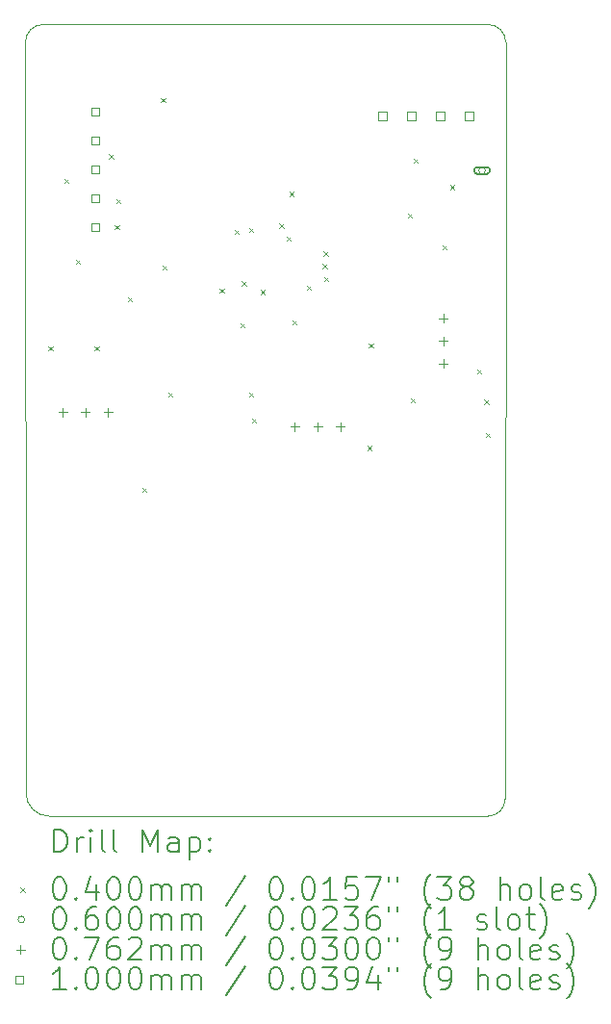
<source format=gbr>
%TF.GenerationSoftware,KiCad,Pcbnew,(6.0.10)*%
%TF.CreationDate,2023-02-27T19:57:09-05:00*%
%TF.ProjectId,ECG_2.0,4543475f-322e-4302-9e6b-696361645f70,rev?*%
%TF.SameCoordinates,Original*%
%TF.FileFunction,Drillmap*%
%TF.FilePolarity,Positive*%
%FSLAX45Y45*%
G04 Gerber Fmt 4.5, Leading zero omitted, Abs format (unit mm)*
G04 Created by KiCad (PCBNEW (6.0.10)) date 2023-02-27 19:57:09*
%MOMM*%
%LPD*%
G01*
G04 APERTURE LIST*
%ADD10C,0.100000*%
%ADD11C,0.200000*%
%ADD12C,0.040000*%
%ADD13C,0.060000*%
%ADD14C,0.076200*%
G04 APERTURE END LIST*
D10*
X21386800Y-13665200D02*
G75*
G03*
X21590000Y-13868400I203200J0D01*
G01*
X25450800Y-13868400D02*
G75*
G03*
X25603200Y-13716000I0J152400D01*
G01*
X25608824Y-7062331D02*
X25603200Y-13716000D01*
X25608824Y-7062331D02*
G75*
G03*
X25450800Y-6903172I-158024J1131D01*
G01*
X21539200Y-6903172D02*
G75*
G03*
X21381172Y-7061200I0J-158028D01*
G01*
X25450800Y-13868400D02*
X21590000Y-13868400D01*
X21386800Y-13665200D02*
X21381172Y-7061200D01*
X21539200Y-6903172D02*
X25450800Y-6903172D01*
D11*
D12*
X21582700Y-9733600D02*
X21622700Y-9773600D01*
X21622700Y-9733600D02*
X21582700Y-9773600D01*
X21722400Y-8260400D02*
X21762400Y-8300400D01*
X21762400Y-8260400D02*
X21722400Y-8300400D01*
X21824000Y-8971600D02*
X21864000Y-9011600D01*
X21864000Y-8971600D02*
X21824000Y-9011600D01*
X21989100Y-9733600D02*
X22029100Y-9773600D01*
X22029100Y-9733600D02*
X21989100Y-9773600D01*
X22116350Y-8044250D02*
X22156350Y-8084250D01*
X22156350Y-8044250D02*
X22116350Y-8084250D01*
X22166900Y-8666800D02*
X22206900Y-8706800D01*
X22206900Y-8666800D02*
X22166900Y-8706800D01*
X22179600Y-8438200D02*
X22219600Y-8478200D01*
X22219600Y-8438200D02*
X22179600Y-8478200D01*
X22281200Y-9301800D02*
X22321200Y-9341800D01*
X22321200Y-9301800D02*
X22281200Y-9341800D01*
X22408200Y-10978200D02*
X22448200Y-11018200D01*
X22448200Y-10978200D02*
X22408200Y-11018200D01*
X22573300Y-7549200D02*
X22613300Y-7589200D01*
X22613300Y-7549200D02*
X22573300Y-7589200D01*
X22586000Y-9022400D02*
X22626000Y-9062400D01*
X22626000Y-9022400D02*
X22586000Y-9062400D01*
X22636800Y-10140000D02*
X22676800Y-10180000D01*
X22676800Y-10140000D02*
X22636800Y-10180000D01*
X23087528Y-9225997D02*
X23127528Y-9265997D01*
X23127528Y-9225997D02*
X23087528Y-9265997D01*
X23221000Y-8708840D02*
X23261000Y-8748840D01*
X23261000Y-8708840D02*
X23221000Y-8748840D01*
X23271800Y-9530400D02*
X23311800Y-9570400D01*
X23311800Y-9530400D02*
X23271800Y-9570400D01*
X23284500Y-9162100D02*
X23324500Y-9202100D01*
X23324500Y-9162100D02*
X23284500Y-9202100D01*
X23348000Y-8692200D02*
X23388000Y-8732200D01*
X23388000Y-8692200D02*
X23348000Y-8732200D01*
X23348000Y-10140000D02*
X23388000Y-10180000D01*
X23388000Y-10140000D02*
X23348000Y-10180000D01*
X23373400Y-10368600D02*
X23413400Y-10408600D01*
X23413400Y-10368600D02*
X23373400Y-10408600D01*
X23449600Y-9238300D02*
X23489600Y-9278300D01*
X23489600Y-9238300D02*
X23449600Y-9278300D01*
X23614700Y-8654100D02*
X23654700Y-8694100D01*
X23654700Y-8654100D02*
X23614700Y-8694100D01*
X23678200Y-8768400D02*
X23718200Y-8808400D01*
X23718200Y-8768400D02*
X23678200Y-8808400D01*
X23703600Y-8374700D02*
X23743600Y-8414700D01*
X23743600Y-8374700D02*
X23703600Y-8414700D01*
X23729000Y-9505000D02*
X23769000Y-9545000D01*
X23769000Y-9505000D02*
X23729000Y-9545000D01*
X23856000Y-9200200D02*
X23896000Y-9240200D01*
X23896000Y-9200200D02*
X23856000Y-9240200D01*
X23995700Y-9009700D02*
X24035700Y-9049700D01*
X24035700Y-9009700D02*
X23995700Y-9049700D01*
X24002050Y-8901750D02*
X24042050Y-8941750D01*
X24042050Y-8901750D02*
X24002050Y-8941750D01*
X24007970Y-9124430D02*
X24047970Y-9164430D01*
X24047970Y-9124430D02*
X24007970Y-9164430D01*
X24389400Y-10609900D02*
X24429400Y-10649900D01*
X24429400Y-10609900D02*
X24389400Y-10649900D01*
X24402100Y-9708200D02*
X24442100Y-9748200D01*
X24442100Y-9708200D02*
X24402100Y-9748200D01*
X24743400Y-8565200D02*
X24783400Y-8605200D01*
X24783400Y-8565200D02*
X24743400Y-8605200D01*
X24770400Y-10190800D02*
X24810400Y-10230800D01*
X24810400Y-10190800D02*
X24770400Y-10230800D01*
X24795800Y-8082600D02*
X24835800Y-8122600D01*
X24835800Y-8082600D02*
X24795800Y-8122600D01*
X25049000Y-8843800D02*
X25089000Y-8883800D01*
X25089000Y-8843800D02*
X25049000Y-8883800D01*
X25117621Y-8317407D02*
X25157621Y-8357407D01*
X25157621Y-8317407D02*
X25117621Y-8357407D01*
X25354600Y-9936800D02*
X25394600Y-9976800D01*
X25394600Y-9936800D02*
X25354600Y-9976800D01*
X25418100Y-10203500D02*
X25458100Y-10243500D01*
X25458100Y-10203500D02*
X25418100Y-10243500D01*
X25430800Y-10495600D02*
X25470800Y-10535600D01*
X25470800Y-10495600D02*
X25430800Y-10535600D01*
D13*
X25429550Y-8188000D02*
G75*
G03*
X25429550Y-8188000I-30000J0D01*
G01*
D11*
X25359550Y-8218000D02*
X25439550Y-8218000D01*
X25359550Y-8158000D02*
X25439550Y-8158000D01*
X25439550Y-8218000D02*
G75*
G03*
X25439550Y-8158000I0J30000D01*
G01*
X25359550Y-8158000D02*
G75*
G03*
X25359550Y-8218000I0J-30000D01*
G01*
D14*
X21710200Y-10274300D02*
X21710200Y-10350500D01*
X21672100Y-10312400D02*
X21748300Y-10312400D01*
X21910200Y-10274300D02*
X21910200Y-10350500D01*
X21872100Y-10312400D02*
X21948300Y-10312400D01*
X22110200Y-10274300D02*
X22110200Y-10350500D01*
X22072100Y-10312400D02*
X22148300Y-10312400D01*
X23752200Y-10401300D02*
X23752200Y-10477500D01*
X23714100Y-10439400D02*
X23790300Y-10439400D01*
X23952200Y-10401300D02*
X23952200Y-10477500D01*
X23914100Y-10439400D02*
X23990300Y-10439400D01*
X24152200Y-10401300D02*
X24152200Y-10477500D01*
X24114100Y-10439400D02*
X24190300Y-10439400D01*
X25057700Y-9449500D02*
X25057700Y-9525700D01*
X25019600Y-9487600D02*
X25095800Y-9487600D01*
X25057700Y-9649500D02*
X25057700Y-9725700D01*
X25019600Y-9687600D02*
X25095800Y-9687600D01*
X25057700Y-9849500D02*
X25057700Y-9925700D01*
X25019600Y-9887600D02*
X25095800Y-9887600D01*
D10*
X22031756Y-7705656D02*
X22031756Y-7634944D01*
X21961044Y-7634944D01*
X21961044Y-7705656D01*
X22031756Y-7705656D01*
X22031756Y-7959656D02*
X22031756Y-7888944D01*
X21961044Y-7888944D01*
X21961044Y-7959656D01*
X22031756Y-7959656D01*
X22031756Y-8213656D02*
X22031756Y-8142944D01*
X21961044Y-8142944D01*
X21961044Y-8213656D01*
X22031756Y-8213656D01*
X22031756Y-8467656D02*
X22031756Y-8396944D01*
X21961044Y-8396944D01*
X21961044Y-8467656D01*
X22031756Y-8467656D01*
X22031756Y-8721656D02*
X22031756Y-8650944D01*
X21961044Y-8650944D01*
X21961044Y-8721656D01*
X22031756Y-8721656D01*
X24560056Y-7744256D02*
X24560056Y-7673544D01*
X24489344Y-7673544D01*
X24489344Y-7744256D01*
X24560056Y-7744256D01*
X24814056Y-7744256D02*
X24814056Y-7673544D01*
X24743344Y-7673544D01*
X24743344Y-7744256D01*
X24814056Y-7744256D01*
X25068056Y-7744256D02*
X25068056Y-7673544D01*
X24997344Y-7673544D01*
X24997344Y-7744256D01*
X25068056Y-7744256D01*
X25322056Y-7744256D02*
X25322056Y-7673544D01*
X25251344Y-7673544D01*
X25251344Y-7744256D01*
X25322056Y-7744256D01*
D11*
X21633791Y-14183876D02*
X21633791Y-13983876D01*
X21681410Y-13983876D01*
X21709982Y-13993400D01*
X21729029Y-14012448D01*
X21738553Y-14031495D01*
X21748077Y-14069590D01*
X21748077Y-14098162D01*
X21738553Y-14136257D01*
X21729029Y-14155305D01*
X21709982Y-14174352D01*
X21681410Y-14183876D01*
X21633791Y-14183876D01*
X21833791Y-14183876D02*
X21833791Y-14050543D01*
X21833791Y-14088638D02*
X21843315Y-14069590D01*
X21852839Y-14060067D01*
X21871886Y-14050543D01*
X21890934Y-14050543D01*
X21957601Y-14183876D02*
X21957601Y-14050543D01*
X21957601Y-13983876D02*
X21948077Y-13993400D01*
X21957601Y-14002924D01*
X21967124Y-13993400D01*
X21957601Y-13983876D01*
X21957601Y-14002924D01*
X22081410Y-14183876D02*
X22062363Y-14174352D01*
X22052839Y-14155305D01*
X22052839Y-13983876D01*
X22186172Y-14183876D02*
X22167124Y-14174352D01*
X22157601Y-14155305D01*
X22157601Y-13983876D01*
X22414743Y-14183876D02*
X22414743Y-13983876D01*
X22481410Y-14126733D01*
X22548077Y-13983876D01*
X22548077Y-14183876D01*
X22729029Y-14183876D02*
X22729029Y-14079114D01*
X22719505Y-14060067D01*
X22700458Y-14050543D01*
X22662362Y-14050543D01*
X22643315Y-14060067D01*
X22729029Y-14174352D02*
X22709982Y-14183876D01*
X22662362Y-14183876D01*
X22643315Y-14174352D01*
X22633791Y-14155305D01*
X22633791Y-14136257D01*
X22643315Y-14117209D01*
X22662362Y-14107686D01*
X22709982Y-14107686D01*
X22729029Y-14098162D01*
X22824267Y-14050543D02*
X22824267Y-14250543D01*
X22824267Y-14060067D02*
X22843315Y-14050543D01*
X22881410Y-14050543D01*
X22900458Y-14060067D01*
X22909982Y-14069590D01*
X22919505Y-14088638D01*
X22919505Y-14145781D01*
X22909982Y-14164828D01*
X22900458Y-14174352D01*
X22881410Y-14183876D01*
X22843315Y-14183876D01*
X22824267Y-14174352D01*
X23005220Y-14164828D02*
X23014743Y-14174352D01*
X23005220Y-14183876D01*
X22995696Y-14174352D01*
X23005220Y-14164828D01*
X23005220Y-14183876D01*
X23005220Y-14060067D02*
X23014743Y-14069590D01*
X23005220Y-14079114D01*
X22995696Y-14069590D01*
X23005220Y-14060067D01*
X23005220Y-14079114D01*
D12*
X21336172Y-14493400D02*
X21376172Y-14533400D01*
X21376172Y-14493400D02*
X21336172Y-14533400D01*
D11*
X21671886Y-14403876D02*
X21690934Y-14403876D01*
X21709982Y-14413400D01*
X21719505Y-14422924D01*
X21729029Y-14441971D01*
X21738553Y-14480067D01*
X21738553Y-14527686D01*
X21729029Y-14565781D01*
X21719505Y-14584828D01*
X21709982Y-14594352D01*
X21690934Y-14603876D01*
X21671886Y-14603876D01*
X21652839Y-14594352D01*
X21643315Y-14584828D01*
X21633791Y-14565781D01*
X21624267Y-14527686D01*
X21624267Y-14480067D01*
X21633791Y-14441971D01*
X21643315Y-14422924D01*
X21652839Y-14413400D01*
X21671886Y-14403876D01*
X21824267Y-14584828D02*
X21833791Y-14594352D01*
X21824267Y-14603876D01*
X21814744Y-14594352D01*
X21824267Y-14584828D01*
X21824267Y-14603876D01*
X22005220Y-14470543D02*
X22005220Y-14603876D01*
X21957601Y-14394352D02*
X21909982Y-14537209D01*
X22033791Y-14537209D01*
X22148077Y-14403876D02*
X22167124Y-14403876D01*
X22186172Y-14413400D01*
X22195696Y-14422924D01*
X22205220Y-14441971D01*
X22214744Y-14480067D01*
X22214744Y-14527686D01*
X22205220Y-14565781D01*
X22195696Y-14584828D01*
X22186172Y-14594352D01*
X22167124Y-14603876D01*
X22148077Y-14603876D01*
X22129029Y-14594352D01*
X22119505Y-14584828D01*
X22109982Y-14565781D01*
X22100458Y-14527686D01*
X22100458Y-14480067D01*
X22109982Y-14441971D01*
X22119505Y-14422924D01*
X22129029Y-14413400D01*
X22148077Y-14403876D01*
X22338553Y-14403876D02*
X22357601Y-14403876D01*
X22376648Y-14413400D01*
X22386172Y-14422924D01*
X22395696Y-14441971D01*
X22405220Y-14480067D01*
X22405220Y-14527686D01*
X22395696Y-14565781D01*
X22386172Y-14584828D01*
X22376648Y-14594352D01*
X22357601Y-14603876D01*
X22338553Y-14603876D01*
X22319505Y-14594352D01*
X22309982Y-14584828D01*
X22300458Y-14565781D01*
X22290934Y-14527686D01*
X22290934Y-14480067D01*
X22300458Y-14441971D01*
X22309982Y-14422924D01*
X22319505Y-14413400D01*
X22338553Y-14403876D01*
X22490934Y-14603876D02*
X22490934Y-14470543D01*
X22490934Y-14489590D02*
X22500458Y-14480067D01*
X22519505Y-14470543D01*
X22548077Y-14470543D01*
X22567124Y-14480067D01*
X22576648Y-14499114D01*
X22576648Y-14603876D01*
X22576648Y-14499114D02*
X22586172Y-14480067D01*
X22605220Y-14470543D01*
X22633791Y-14470543D01*
X22652839Y-14480067D01*
X22662362Y-14499114D01*
X22662362Y-14603876D01*
X22757601Y-14603876D02*
X22757601Y-14470543D01*
X22757601Y-14489590D02*
X22767124Y-14480067D01*
X22786172Y-14470543D01*
X22814743Y-14470543D01*
X22833791Y-14480067D01*
X22843315Y-14499114D01*
X22843315Y-14603876D01*
X22843315Y-14499114D02*
X22852839Y-14480067D01*
X22871886Y-14470543D01*
X22900458Y-14470543D01*
X22919505Y-14480067D01*
X22929029Y-14499114D01*
X22929029Y-14603876D01*
X23319505Y-14394352D02*
X23148077Y-14651495D01*
X23576648Y-14403876D02*
X23595696Y-14403876D01*
X23614743Y-14413400D01*
X23624267Y-14422924D01*
X23633791Y-14441971D01*
X23643315Y-14480067D01*
X23643315Y-14527686D01*
X23633791Y-14565781D01*
X23624267Y-14584828D01*
X23614743Y-14594352D01*
X23595696Y-14603876D01*
X23576648Y-14603876D01*
X23557601Y-14594352D01*
X23548077Y-14584828D01*
X23538553Y-14565781D01*
X23529029Y-14527686D01*
X23529029Y-14480067D01*
X23538553Y-14441971D01*
X23548077Y-14422924D01*
X23557601Y-14413400D01*
X23576648Y-14403876D01*
X23729029Y-14584828D02*
X23738553Y-14594352D01*
X23729029Y-14603876D01*
X23719505Y-14594352D01*
X23729029Y-14584828D01*
X23729029Y-14603876D01*
X23862362Y-14403876D02*
X23881410Y-14403876D01*
X23900458Y-14413400D01*
X23909982Y-14422924D01*
X23919505Y-14441971D01*
X23929029Y-14480067D01*
X23929029Y-14527686D01*
X23919505Y-14565781D01*
X23909982Y-14584828D01*
X23900458Y-14594352D01*
X23881410Y-14603876D01*
X23862362Y-14603876D01*
X23843315Y-14594352D01*
X23833791Y-14584828D01*
X23824267Y-14565781D01*
X23814743Y-14527686D01*
X23814743Y-14480067D01*
X23824267Y-14441971D01*
X23833791Y-14422924D01*
X23843315Y-14413400D01*
X23862362Y-14403876D01*
X24119505Y-14603876D02*
X24005220Y-14603876D01*
X24062362Y-14603876D02*
X24062362Y-14403876D01*
X24043315Y-14432448D01*
X24024267Y-14451495D01*
X24005220Y-14461019D01*
X24300458Y-14403876D02*
X24205220Y-14403876D01*
X24195696Y-14499114D01*
X24205220Y-14489590D01*
X24224267Y-14480067D01*
X24271886Y-14480067D01*
X24290934Y-14489590D01*
X24300458Y-14499114D01*
X24309982Y-14518162D01*
X24309982Y-14565781D01*
X24300458Y-14584828D01*
X24290934Y-14594352D01*
X24271886Y-14603876D01*
X24224267Y-14603876D01*
X24205220Y-14594352D01*
X24195696Y-14584828D01*
X24376648Y-14403876D02*
X24509982Y-14403876D01*
X24424267Y-14603876D01*
X24576648Y-14403876D02*
X24576648Y-14441971D01*
X24652839Y-14403876D02*
X24652839Y-14441971D01*
X24948077Y-14680067D02*
X24938553Y-14670543D01*
X24919505Y-14641971D01*
X24909982Y-14622924D01*
X24900458Y-14594352D01*
X24890934Y-14546733D01*
X24890934Y-14508638D01*
X24900458Y-14461019D01*
X24909982Y-14432448D01*
X24919505Y-14413400D01*
X24938553Y-14384828D01*
X24948077Y-14375305D01*
X25005220Y-14403876D02*
X25129029Y-14403876D01*
X25062362Y-14480067D01*
X25090934Y-14480067D01*
X25109982Y-14489590D01*
X25119505Y-14499114D01*
X25129029Y-14518162D01*
X25129029Y-14565781D01*
X25119505Y-14584828D01*
X25109982Y-14594352D01*
X25090934Y-14603876D01*
X25033791Y-14603876D01*
X25014743Y-14594352D01*
X25005220Y-14584828D01*
X25243315Y-14489590D02*
X25224267Y-14480067D01*
X25214743Y-14470543D01*
X25205220Y-14451495D01*
X25205220Y-14441971D01*
X25214743Y-14422924D01*
X25224267Y-14413400D01*
X25243315Y-14403876D01*
X25281410Y-14403876D01*
X25300458Y-14413400D01*
X25309982Y-14422924D01*
X25319505Y-14441971D01*
X25319505Y-14451495D01*
X25309982Y-14470543D01*
X25300458Y-14480067D01*
X25281410Y-14489590D01*
X25243315Y-14489590D01*
X25224267Y-14499114D01*
X25214743Y-14508638D01*
X25205220Y-14527686D01*
X25205220Y-14565781D01*
X25214743Y-14584828D01*
X25224267Y-14594352D01*
X25243315Y-14603876D01*
X25281410Y-14603876D01*
X25300458Y-14594352D01*
X25309982Y-14584828D01*
X25319505Y-14565781D01*
X25319505Y-14527686D01*
X25309982Y-14508638D01*
X25300458Y-14499114D01*
X25281410Y-14489590D01*
X25557601Y-14603876D02*
X25557601Y-14403876D01*
X25643315Y-14603876D02*
X25643315Y-14499114D01*
X25633791Y-14480067D01*
X25614743Y-14470543D01*
X25586172Y-14470543D01*
X25567124Y-14480067D01*
X25557601Y-14489590D01*
X25767124Y-14603876D02*
X25748077Y-14594352D01*
X25738553Y-14584828D01*
X25729029Y-14565781D01*
X25729029Y-14508638D01*
X25738553Y-14489590D01*
X25748077Y-14480067D01*
X25767124Y-14470543D01*
X25795696Y-14470543D01*
X25814743Y-14480067D01*
X25824267Y-14489590D01*
X25833791Y-14508638D01*
X25833791Y-14565781D01*
X25824267Y-14584828D01*
X25814743Y-14594352D01*
X25795696Y-14603876D01*
X25767124Y-14603876D01*
X25948077Y-14603876D02*
X25929029Y-14594352D01*
X25919505Y-14575305D01*
X25919505Y-14403876D01*
X26100458Y-14594352D02*
X26081410Y-14603876D01*
X26043315Y-14603876D01*
X26024267Y-14594352D01*
X26014743Y-14575305D01*
X26014743Y-14499114D01*
X26024267Y-14480067D01*
X26043315Y-14470543D01*
X26081410Y-14470543D01*
X26100458Y-14480067D01*
X26109982Y-14499114D01*
X26109982Y-14518162D01*
X26014743Y-14537209D01*
X26186172Y-14594352D02*
X26205220Y-14603876D01*
X26243315Y-14603876D01*
X26262362Y-14594352D01*
X26271886Y-14575305D01*
X26271886Y-14565781D01*
X26262362Y-14546733D01*
X26243315Y-14537209D01*
X26214743Y-14537209D01*
X26195696Y-14527686D01*
X26186172Y-14508638D01*
X26186172Y-14499114D01*
X26195696Y-14480067D01*
X26214743Y-14470543D01*
X26243315Y-14470543D01*
X26262362Y-14480067D01*
X26338553Y-14680067D02*
X26348077Y-14670543D01*
X26367124Y-14641971D01*
X26376648Y-14622924D01*
X26386172Y-14594352D01*
X26395696Y-14546733D01*
X26395696Y-14508638D01*
X26386172Y-14461019D01*
X26376648Y-14432448D01*
X26367124Y-14413400D01*
X26348077Y-14384828D01*
X26338553Y-14375305D01*
D13*
X21376172Y-14777400D02*
G75*
G03*
X21376172Y-14777400I-30000J0D01*
G01*
D11*
X21671886Y-14667876D02*
X21690934Y-14667876D01*
X21709982Y-14677400D01*
X21719505Y-14686924D01*
X21729029Y-14705971D01*
X21738553Y-14744067D01*
X21738553Y-14791686D01*
X21729029Y-14829781D01*
X21719505Y-14848828D01*
X21709982Y-14858352D01*
X21690934Y-14867876D01*
X21671886Y-14867876D01*
X21652839Y-14858352D01*
X21643315Y-14848828D01*
X21633791Y-14829781D01*
X21624267Y-14791686D01*
X21624267Y-14744067D01*
X21633791Y-14705971D01*
X21643315Y-14686924D01*
X21652839Y-14677400D01*
X21671886Y-14667876D01*
X21824267Y-14848828D02*
X21833791Y-14858352D01*
X21824267Y-14867876D01*
X21814744Y-14858352D01*
X21824267Y-14848828D01*
X21824267Y-14867876D01*
X22005220Y-14667876D02*
X21967124Y-14667876D01*
X21948077Y-14677400D01*
X21938553Y-14686924D01*
X21919505Y-14715495D01*
X21909982Y-14753590D01*
X21909982Y-14829781D01*
X21919505Y-14848828D01*
X21929029Y-14858352D01*
X21948077Y-14867876D01*
X21986172Y-14867876D01*
X22005220Y-14858352D01*
X22014744Y-14848828D01*
X22024267Y-14829781D01*
X22024267Y-14782162D01*
X22014744Y-14763114D01*
X22005220Y-14753590D01*
X21986172Y-14744067D01*
X21948077Y-14744067D01*
X21929029Y-14753590D01*
X21919505Y-14763114D01*
X21909982Y-14782162D01*
X22148077Y-14667876D02*
X22167124Y-14667876D01*
X22186172Y-14677400D01*
X22195696Y-14686924D01*
X22205220Y-14705971D01*
X22214744Y-14744067D01*
X22214744Y-14791686D01*
X22205220Y-14829781D01*
X22195696Y-14848828D01*
X22186172Y-14858352D01*
X22167124Y-14867876D01*
X22148077Y-14867876D01*
X22129029Y-14858352D01*
X22119505Y-14848828D01*
X22109982Y-14829781D01*
X22100458Y-14791686D01*
X22100458Y-14744067D01*
X22109982Y-14705971D01*
X22119505Y-14686924D01*
X22129029Y-14677400D01*
X22148077Y-14667876D01*
X22338553Y-14667876D02*
X22357601Y-14667876D01*
X22376648Y-14677400D01*
X22386172Y-14686924D01*
X22395696Y-14705971D01*
X22405220Y-14744067D01*
X22405220Y-14791686D01*
X22395696Y-14829781D01*
X22386172Y-14848828D01*
X22376648Y-14858352D01*
X22357601Y-14867876D01*
X22338553Y-14867876D01*
X22319505Y-14858352D01*
X22309982Y-14848828D01*
X22300458Y-14829781D01*
X22290934Y-14791686D01*
X22290934Y-14744067D01*
X22300458Y-14705971D01*
X22309982Y-14686924D01*
X22319505Y-14677400D01*
X22338553Y-14667876D01*
X22490934Y-14867876D02*
X22490934Y-14734543D01*
X22490934Y-14753590D02*
X22500458Y-14744067D01*
X22519505Y-14734543D01*
X22548077Y-14734543D01*
X22567124Y-14744067D01*
X22576648Y-14763114D01*
X22576648Y-14867876D01*
X22576648Y-14763114D02*
X22586172Y-14744067D01*
X22605220Y-14734543D01*
X22633791Y-14734543D01*
X22652839Y-14744067D01*
X22662362Y-14763114D01*
X22662362Y-14867876D01*
X22757601Y-14867876D02*
X22757601Y-14734543D01*
X22757601Y-14753590D02*
X22767124Y-14744067D01*
X22786172Y-14734543D01*
X22814743Y-14734543D01*
X22833791Y-14744067D01*
X22843315Y-14763114D01*
X22843315Y-14867876D01*
X22843315Y-14763114D02*
X22852839Y-14744067D01*
X22871886Y-14734543D01*
X22900458Y-14734543D01*
X22919505Y-14744067D01*
X22929029Y-14763114D01*
X22929029Y-14867876D01*
X23319505Y-14658352D02*
X23148077Y-14915495D01*
X23576648Y-14667876D02*
X23595696Y-14667876D01*
X23614743Y-14677400D01*
X23624267Y-14686924D01*
X23633791Y-14705971D01*
X23643315Y-14744067D01*
X23643315Y-14791686D01*
X23633791Y-14829781D01*
X23624267Y-14848828D01*
X23614743Y-14858352D01*
X23595696Y-14867876D01*
X23576648Y-14867876D01*
X23557601Y-14858352D01*
X23548077Y-14848828D01*
X23538553Y-14829781D01*
X23529029Y-14791686D01*
X23529029Y-14744067D01*
X23538553Y-14705971D01*
X23548077Y-14686924D01*
X23557601Y-14677400D01*
X23576648Y-14667876D01*
X23729029Y-14848828D02*
X23738553Y-14858352D01*
X23729029Y-14867876D01*
X23719505Y-14858352D01*
X23729029Y-14848828D01*
X23729029Y-14867876D01*
X23862362Y-14667876D02*
X23881410Y-14667876D01*
X23900458Y-14677400D01*
X23909982Y-14686924D01*
X23919505Y-14705971D01*
X23929029Y-14744067D01*
X23929029Y-14791686D01*
X23919505Y-14829781D01*
X23909982Y-14848828D01*
X23900458Y-14858352D01*
X23881410Y-14867876D01*
X23862362Y-14867876D01*
X23843315Y-14858352D01*
X23833791Y-14848828D01*
X23824267Y-14829781D01*
X23814743Y-14791686D01*
X23814743Y-14744067D01*
X23824267Y-14705971D01*
X23833791Y-14686924D01*
X23843315Y-14677400D01*
X23862362Y-14667876D01*
X24005220Y-14686924D02*
X24014743Y-14677400D01*
X24033791Y-14667876D01*
X24081410Y-14667876D01*
X24100458Y-14677400D01*
X24109982Y-14686924D01*
X24119505Y-14705971D01*
X24119505Y-14725019D01*
X24109982Y-14753590D01*
X23995696Y-14867876D01*
X24119505Y-14867876D01*
X24186172Y-14667876D02*
X24309982Y-14667876D01*
X24243315Y-14744067D01*
X24271886Y-14744067D01*
X24290934Y-14753590D01*
X24300458Y-14763114D01*
X24309982Y-14782162D01*
X24309982Y-14829781D01*
X24300458Y-14848828D01*
X24290934Y-14858352D01*
X24271886Y-14867876D01*
X24214743Y-14867876D01*
X24195696Y-14858352D01*
X24186172Y-14848828D01*
X24481410Y-14667876D02*
X24443315Y-14667876D01*
X24424267Y-14677400D01*
X24414743Y-14686924D01*
X24395696Y-14715495D01*
X24386172Y-14753590D01*
X24386172Y-14829781D01*
X24395696Y-14848828D01*
X24405220Y-14858352D01*
X24424267Y-14867876D01*
X24462362Y-14867876D01*
X24481410Y-14858352D01*
X24490934Y-14848828D01*
X24500458Y-14829781D01*
X24500458Y-14782162D01*
X24490934Y-14763114D01*
X24481410Y-14753590D01*
X24462362Y-14744067D01*
X24424267Y-14744067D01*
X24405220Y-14753590D01*
X24395696Y-14763114D01*
X24386172Y-14782162D01*
X24576648Y-14667876D02*
X24576648Y-14705971D01*
X24652839Y-14667876D02*
X24652839Y-14705971D01*
X24948077Y-14944067D02*
X24938553Y-14934543D01*
X24919505Y-14905971D01*
X24909982Y-14886924D01*
X24900458Y-14858352D01*
X24890934Y-14810733D01*
X24890934Y-14772638D01*
X24900458Y-14725019D01*
X24909982Y-14696448D01*
X24919505Y-14677400D01*
X24938553Y-14648828D01*
X24948077Y-14639305D01*
X25129029Y-14867876D02*
X25014743Y-14867876D01*
X25071886Y-14867876D02*
X25071886Y-14667876D01*
X25052839Y-14696448D01*
X25033791Y-14715495D01*
X25014743Y-14725019D01*
X25357601Y-14858352D02*
X25376648Y-14867876D01*
X25414743Y-14867876D01*
X25433791Y-14858352D01*
X25443315Y-14839305D01*
X25443315Y-14829781D01*
X25433791Y-14810733D01*
X25414743Y-14801209D01*
X25386172Y-14801209D01*
X25367124Y-14791686D01*
X25357601Y-14772638D01*
X25357601Y-14763114D01*
X25367124Y-14744067D01*
X25386172Y-14734543D01*
X25414743Y-14734543D01*
X25433791Y-14744067D01*
X25557601Y-14867876D02*
X25538553Y-14858352D01*
X25529029Y-14839305D01*
X25529029Y-14667876D01*
X25662362Y-14867876D02*
X25643315Y-14858352D01*
X25633791Y-14848828D01*
X25624267Y-14829781D01*
X25624267Y-14772638D01*
X25633791Y-14753590D01*
X25643315Y-14744067D01*
X25662362Y-14734543D01*
X25690934Y-14734543D01*
X25709982Y-14744067D01*
X25719505Y-14753590D01*
X25729029Y-14772638D01*
X25729029Y-14829781D01*
X25719505Y-14848828D01*
X25709982Y-14858352D01*
X25690934Y-14867876D01*
X25662362Y-14867876D01*
X25786172Y-14734543D02*
X25862362Y-14734543D01*
X25814743Y-14667876D02*
X25814743Y-14839305D01*
X25824267Y-14858352D01*
X25843315Y-14867876D01*
X25862362Y-14867876D01*
X25909982Y-14944067D02*
X25919505Y-14934543D01*
X25938553Y-14905971D01*
X25948077Y-14886924D01*
X25957601Y-14858352D01*
X25967124Y-14810733D01*
X25967124Y-14772638D01*
X25957601Y-14725019D01*
X25948077Y-14696448D01*
X25938553Y-14677400D01*
X25919505Y-14648828D01*
X25909982Y-14639305D01*
D14*
X21338072Y-15003300D02*
X21338072Y-15079500D01*
X21299972Y-15041400D02*
X21376172Y-15041400D01*
D11*
X21671886Y-14931876D02*
X21690934Y-14931876D01*
X21709982Y-14941400D01*
X21719505Y-14950924D01*
X21729029Y-14969971D01*
X21738553Y-15008067D01*
X21738553Y-15055686D01*
X21729029Y-15093781D01*
X21719505Y-15112828D01*
X21709982Y-15122352D01*
X21690934Y-15131876D01*
X21671886Y-15131876D01*
X21652839Y-15122352D01*
X21643315Y-15112828D01*
X21633791Y-15093781D01*
X21624267Y-15055686D01*
X21624267Y-15008067D01*
X21633791Y-14969971D01*
X21643315Y-14950924D01*
X21652839Y-14941400D01*
X21671886Y-14931876D01*
X21824267Y-15112828D02*
X21833791Y-15122352D01*
X21824267Y-15131876D01*
X21814744Y-15122352D01*
X21824267Y-15112828D01*
X21824267Y-15131876D01*
X21900458Y-14931876D02*
X22033791Y-14931876D01*
X21948077Y-15131876D01*
X22195696Y-14931876D02*
X22157601Y-14931876D01*
X22138553Y-14941400D01*
X22129029Y-14950924D01*
X22109982Y-14979495D01*
X22100458Y-15017590D01*
X22100458Y-15093781D01*
X22109982Y-15112828D01*
X22119505Y-15122352D01*
X22138553Y-15131876D01*
X22176648Y-15131876D01*
X22195696Y-15122352D01*
X22205220Y-15112828D01*
X22214744Y-15093781D01*
X22214744Y-15046162D01*
X22205220Y-15027114D01*
X22195696Y-15017590D01*
X22176648Y-15008067D01*
X22138553Y-15008067D01*
X22119505Y-15017590D01*
X22109982Y-15027114D01*
X22100458Y-15046162D01*
X22290934Y-14950924D02*
X22300458Y-14941400D01*
X22319505Y-14931876D01*
X22367124Y-14931876D01*
X22386172Y-14941400D01*
X22395696Y-14950924D01*
X22405220Y-14969971D01*
X22405220Y-14989019D01*
X22395696Y-15017590D01*
X22281410Y-15131876D01*
X22405220Y-15131876D01*
X22490934Y-15131876D02*
X22490934Y-14998543D01*
X22490934Y-15017590D02*
X22500458Y-15008067D01*
X22519505Y-14998543D01*
X22548077Y-14998543D01*
X22567124Y-15008067D01*
X22576648Y-15027114D01*
X22576648Y-15131876D01*
X22576648Y-15027114D02*
X22586172Y-15008067D01*
X22605220Y-14998543D01*
X22633791Y-14998543D01*
X22652839Y-15008067D01*
X22662362Y-15027114D01*
X22662362Y-15131876D01*
X22757601Y-15131876D02*
X22757601Y-14998543D01*
X22757601Y-15017590D02*
X22767124Y-15008067D01*
X22786172Y-14998543D01*
X22814743Y-14998543D01*
X22833791Y-15008067D01*
X22843315Y-15027114D01*
X22843315Y-15131876D01*
X22843315Y-15027114D02*
X22852839Y-15008067D01*
X22871886Y-14998543D01*
X22900458Y-14998543D01*
X22919505Y-15008067D01*
X22929029Y-15027114D01*
X22929029Y-15131876D01*
X23319505Y-14922352D02*
X23148077Y-15179495D01*
X23576648Y-14931876D02*
X23595696Y-14931876D01*
X23614743Y-14941400D01*
X23624267Y-14950924D01*
X23633791Y-14969971D01*
X23643315Y-15008067D01*
X23643315Y-15055686D01*
X23633791Y-15093781D01*
X23624267Y-15112828D01*
X23614743Y-15122352D01*
X23595696Y-15131876D01*
X23576648Y-15131876D01*
X23557601Y-15122352D01*
X23548077Y-15112828D01*
X23538553Y-15093781D01*
X23529029Y-15055686D01*
X23529029Y-15008067D01*
X23538553Y-14969971D01*
X23548077Y-14950924D01*
X23557601Y-14941400D01*
X23576648Y-14931876D01*
X23729029Y-15112828D02*
X23738553Y-15122352D01*
X23729029Y-15131876D01*
X23719505Y-15122352D01*
X23729029Y-15112828D01*
X23729029Y-15131876D01*
X23862362Y-14931876D02*
X23881410Y-14931876D01*
X23900458Y-14941400D01*
X23909982Y-14950924D01*
X23919505Y-14969971D01*
X23929029Y-15008067D01*
X23929029Y-15055686D01*
X23919505Y-15093781D01*
X23909982Y-15112828D01*
X23900458Y-15122352D01*
X23881410Y-15131876D01*
X23862362Y-15131876D01*
X23843315Y-15122352D01*
X23833791Y-15112828D01*
X23824267Y-15093781D01*
X23814743Y-15055686D01*
X23814743Y-15008067D01*
X23824267Y-14969971D01*
X23833791Y-14950924D01*
X23843315Y-14941400D01*
X23862362Y-14931876D01*
X23995696Y-14931876D02*
X24119505Y-14931876D01*
X24052839Y-15008067D01*
X24081410Y-15008067D01*
X24100458Y-15017590D01*
X24109982Y-15027114D01*
X24119505Y-15046162D01*
X24119505Y-15093781D01*
X24109982Y-15112828D01*
X24100458Y-15122352D01*
X24081410Y-15131876D01*
X24024267Y-15131876D01*
X24005220Y-15122352D01*
X23995696Y-15112828D01*
X24243315Y-14931876D02*
X24262362Y-14931876D01*
X24281410Y-14941400D01*
X24290934Y-14950924D01*
X24300458Y-14969971D01*
X24309982Y-15008067D01*
X24309982Y-15055686D01*
X24300458Y-15093781D01*
X24290934Y-15112828D01*
X24281410Y-15122352D01*
X24262362Y-15131876D01*
X24243315Y-15131876D01*
X24224267Y-15122352D01*
X24214743Y-15112828D01*
X24205220Y-15093781D01*
X24195696Y-15055686D01*
X24195696Y-15008067D01*
X24205220Y-14969971D01*
X24214743Y-14950924D01*
X24224267Y-14941400D01*
X24243315Y-14931876D01*
X24433791Y-14931876D02*
X24452839Y-14931876D01*
X24471886Y-14941400D01*
X24481410Y-14950924D01*
X24490934Y-14969971D01*
X24500458Y-15008067D01*
X24500458Y-15055686D01*
X24490934Y-15093781D01*
X24481410Y-15112828D01*
X24471886Y-15122352D01*
X24452839Y-15131876D01*
X24433791Y-15131876D01*
X24414743Y-15122352D01*
X24405220Y-15112828D01*
X24395696Y-15093781D01*
X24386172Y-15055686D01*
X24386172Y-15008067D01*
X24395696Y-14969971D01*
X24405220Y-14950924D01*
X24414743Y-14941400D01*
X24433791Y-14931876D01*
X24576648Y-14931876D02*
X24576648Y-14969971D01*
X24652839Y-14931876D02*
X24652839Y-14969971D01*
X24948077Y-15208067D02*
X24938553Y-15198543D01*
X24919505Y-15169971D01*
X24909982Y-15150924D01*
X24900458Y-15122352D01*
X24890934Y-15074733D01*
X24890934Y-15036638D01*
X24900458Y-14989019D01*
X24909982Y-14960448D01*
X24919505Y-14941400D01*
X24938553Y-14912828D01*
X24948077Y-14903305D01*
X25033791Y-15131876D02*
X25071886Y-15131876D01*
X25090934Y-15122352D01*
X25100458Y-15112828D01*
X25119505Y-15084257D01*
X25129029Y-15046162D01*
X25129029Y-14969971D01*
X25119505Y-14950924D01*
X25109982Y-14941400D01*
X25090934Y-14931876D01*
X25052839Y-14931876D01*
X25033791Y-14941400D01*
X25024267Y-14950924D01*
X25014743Y-14969971D01*
X25014743Y-15017590D01*
X25024267Y-15036638D01*
X25033791Y-15046162D01*
X25052839Y-15055686D01*
X25090934Y-15055686D01*
X25109982Y-15046162D01*
X25119505Y-15036638D01*
X25129029Y-15017590D01*
X25367124Y-15131876D02*
X25367124Y-14931876D01*
X25452839Y-15131876D02*
X25452839Y-15027114D01*
X25443315Y-15008067D01*
X25424267Y-14998543D01*
X25395696Y-14998543D01*
X25376648Y-15008067D01*
X25367124Y-15017590D01*
X25576648Y-15131876D02*
X25557601Y-15122352D01*
X25548077Y-15112828D01*
X25538553Y-15093781D01*
X25538553Y-15036638D01*
X25548077Y-15017590D01*
X25557601Y-15008067D01*
X25576648Y-14998543D01*
X25605220Y-14998543D01*
X25624267Y-15008067D01*
X25633791Y-15017590D01*
X25643315Y-15036638D01*
X25643315Y-15093781D01*
X25633791Y-15112828D01*
X25624267Y-15122352D01*
X25605220Y-15131876D01*
X25576648Y-15131876D01*
X25757601Y-15131876D02*
X25738553Y-15122352D01*
X25729029Y-15103305D01*
X25729029Y-14931876D01*
X25909982Y-15122352D02*
X25890934Y-15131876D01*
X25852839Y-15131876D01*
X25833791Y-15122352D01*
X25824267Y-15103305D01*
X25824267Y-15027114D01*
X25833791Y-15008067D01*
X25852839Y-14998543D01*
X25890934Y-14998543D01*
X25909982Y-15008067D01*
X25919505Y-15027114D01*
X25919505Y-15046162D01*
X25824267Y-15065209D01*
X25995696Y-15122352D02*
X26014743Y-15131876D01*
X26052839Y-15131876D01*
X26071886Y-15122352D01*
X26081410Y-15103305D01*
X26081410Y-15093781D01*
X26071886Y-15074733D01*
X26052839Y-15065209D01*
X26024267Y-15065209D01*
X26005220Y-15055686D01*
X25995696Y-15036638D01*
X25995696Y-15027114D01*
X26005220Y-15008067D01*
X26024267Y-14998543D01*
X26052839Y-14998543D01*
X26071886Y-15008067D01*
X26148077Y-15208067D02*
X26157601Y-15198543D01*
X26176648Y-15169971D01*
X26186172Y-15150924D01*
X26195696Y-15122352D01*
X26205220Y-15074733D01*
X26205220Y-15036638D01*
X26195696Y-14989019D01*
X26186172Y-14960448D01*
X26176648Y-14941400D01*
X26157601Y-14912828D01*
X26148077Y-14903305D01*
D10*
X21361528Y-15340756D02*
X21361528Y-15270044D01*
X21290816Y-15270044D01*
X21290816Y-15340756D01*
X21361528Y-15340756D01*
D11*
X21738553Y-15395876D02*
X21624267Y-15395876D01*
X21681410Y-15395876D02*
X21681410Y-15195876D01*
X21662363Y-15224448D01*
X21643315Y-15243495D01*
X21624267Y-15253019D01*
X21824267Y-15376828D02*
X21833791Y-15386352D01*
X21824267Y-15395876D01*
X21814744Y-15386352D01*
X21824267Y-15376828D01*
X21824267Y-15395876D01*
X21957601Y-15195876D02*
X21976648Y-15195876D01*
X21995696Y-15205400D01*
X22005220Y-15214924D01*
X22014744Y-15233971D01*
X22024267Y-15272067D01*
X22024267Y-15319686D01*
X22014744Y-15357781D01*
X22005220Y-15376828D01*
X21995696Y-15386352D01*
X21976648Y-15395876D01*
X21957601Y-15395876D01*
X21938553Y-15386352D01*
X21929029Y-15376828D01*
X21919505Y-15357781D01*
X21909982Y-15319686D01*
X21909982Y-15272067D01*
X21919505Y-15233971D01*
X21929029Y-15214924D01*
X21938553Y-15205400D01*
X21957601Y-15195876D01*
X22148077Y-15195876D02*
X22167124Y-15195876D01*
X22186172Y-15205400D01*
X22195696Y-15214924D01*
X22205220Y-15233971D01*
X22214744Y-15272067D01*
X22214744Y-15319686D01*
X22205220Y-15357781D01*
X22195696Y-15376828D01*
X22186172Y-15386352D01*
X22167124Y-15395876D01*
X22148077Y-15395876D01*
X22129029Y-15386352D01*
X22119505Y-15376828D01*
X22109982Y-15357781D01*
X22100458Y-15319686D01*
X22100458Y-15272067D01*
X22109982Y-15233971D01*
X22119505Y-15214924D01*
X22129029Y-15205400D01*
X22148077Y-15195876D01*
X22338553Y-15195876D02*
X22357601Y-15195876D01*
X22376648Y-15205400D01*
X22386172Y-15214924D01*
X22395696Y-15233971D01*
X22405220Y-15272067D01*
X22405220Y-15319686D01*
X22395696Y-15357781D01*
X22386172Y-15376828D01*
X22376648Y-15386352D01*
X22357601Y-15395876D01*
X22338553Y-15395876D01*
X22319505Y-15386352D01*
X22309982Y-15376828D01*
X22300458Y-15357781D01*
X22290934Y-15319686D01*
X22290934Y-15272067D01*
X22300458Y-15233971D01*
X22309982Y-15214924D01*
X22319505Y-15205400D01*
X22338553Y-15195876D01*
X22490934Y-15395876D02*
X22490934Y-15262543D01*
X22490934Y-15281590D02*
X22500458Y-15272067D01*
X22519505Y-15262543D01*
X22548077Y-15262543D01*
X22567124Y-15272067D01*
X22576648Y-15291114D01*
X22576648Y-15395876D01*
X22576648Y-15291114D02*
X22586172Y-15272067D01*
X22605220Y-15262543D01*
X22633791Y-15262543D01*
X22652839Y-15272067D01*
X22662362Y-15291114D01*
X22662362Y-15395876D01*
X22757601Y-15395876D02*
X22757601Y-15262543D01*
X22757601Y-15281590D02*
X22767124Y-15272067D01*
X22786172Y-15262543D01*
X22814743Y-15262543D01*
X22833791Y-15272067D01*
X22843315Y-15291114D01*
X22843315Y-15395876D01*
X22843315Y-15291114D02*
X22852839Y-15272067D01*
X22871886Y-15262543D01*
X22900458Y-15262543D01*
X22919505Y-15272067D01*
X22929029Y-15291114D01*
X22929029Y-15395876D01*
X23319505Y-15186352D02*
X23148077Y-15443495D01*
X23576648Y-15195876D02*
X23595696Y-15195876D01*
X23614743Y-15205400D01*
X23624267Y-15214924D01*
X23633791Y-15233971D01*
X23643315Y-15272067D01*
X23643315Y-15319686D01*
X23633791Y-15357781D01*
X23624267Y-15376828D01*
X23614743Y-15386352D01*
X23595696Y-15395876D01*
X23576648Y-15395876D01*
X23557601Y-15386352D01*
X23548077Y-15376828D01*
X23538553Y-15357781D01*
X23529029Y-15319686D01*
X23529029Y-15272067D01*
X23538553Y-15233971D01*
X23548077Y-15214924D01*
X23557601Y-15205400D01*
X23576648Y-15195876D01*
X23729029Y-15376828D02*
X23738553Y-15386352D01*
X23729029Y-15395876D01*
X23719505Y-15386352D01*
X23729029Y-15376828D01*
X23729029Y-15395876D01*
X23862362Y-15195876D02*
X23881410Y-15195876D01*
X23900458Y-15205400D01*
X23909982Y-15214924D01*
X23919505Y-15233971D01*
X23929029Y-15272067D01*
X23929029Y-15319686D01*
X23919505Y-15357781D01*
X23909982Y-15376828D01*
X23900458Y-15386352D01*
X23881410Y-15395876D01*
X23862362Y-15395876D01*
X23843315Y-15386352D01*
X23833791Y-15376828D01*
X23824267Y-15357781D01*
X23814743Y-15319686D01*
X23814743Y-15272067D01*
X23824267Y-15233971D01*
X23833791Y-15214924D01*
X23843315Y-15205400D01*
X23862362Y-15195876D01*
X23995696Y-15195876D02*
X24119505Y-15195876D01*
X24052839Y-15272067D01*
X24081410Y-15272067D01*
X24100458Y-15281590D01*
X24109982Y-15291114D01*
X24119505Y-15310162D01*
X24119505Y-15357781D01*
X24109982Y-15376828D01*
X24100458Y-15386352D01*
X24081410Y-15395876D01*
X24024267Y-15395876D01*
X24005220Y-15386352D01*
X23995696Y-15376828D01*
X24214743Y-15395876D02*
X24252839Y-15395876D01*
X24271886Y-15386352D01*
X24281410Y-15376828D01*
X24300458Y-15348257D01*
X24309982Y-15310162D01*
X24309982Y-15233971D01*
X24300458Y-15214924D01*
X24290934Y-15205400D01*
X24271886Y-15195876D01*
X24233791Y-15195876D01*
X24214743Y-15205400D01*
X24205220Y-15214924D01*
X24195696Y-15233971D01*
X24195696Y-15281590D01*
X24205220Y-15300638D01*
X24214743Y-15310162D01*
X24233791Y-15319686D01*
X24271886Y-15319686D01*
X24290934Y-15310162D01*
X24300458Y-15300638D01*
X24309982Y-15281590D01*
X24481410Y-15262543D02*
X24481410Y-15395876D01*
X24433791Y-15186352D02*
X24386172Y-15329209D01*
X24509982Y-15329209D01*
X24576648Y-15195876D02*
X24576648Y-15233971D01*
X24652839Y-15195876D02*
X24652839Y-15233971D01*
X24948077Y-15472067D02*
X24938553Y-15462543D01*
X24919505Y-15433971D01*
X24909982Y-15414924D01*
X24900458Y-15386352D01*
X24890934Y-15338733D01*
X24890934Y-15300638D01*
X24900458Y-15253019D01*
X24909982Y-15224448D01*
X24919505Y-15205400D01*
X24938553Y-15176828D01*
X24948077Y-15167305D01*
X25033791Y-15395876D02*
X25071886Y-15395876D01*
X25090934Y-15386352D01*
X25100458Y-15376828D01*
X25119505Y-15348257D01*
X25129029Y-15310162D01*
X25129029Y-15233971D01*
X25119505Y-15214924D01*
X25109982Y-15205400D01*
X25090934Y-15195876D01*
X25052839Y-15195876D01*
X25033791Y-15205400D01*
X25024267Y-15214924D01*
X25014743Y-15233971D01*
X25014743Y-15281590D01*
X25024267Y-15300638D01*
X25033791Y-15310162D01*
X25052839Y-15319686D01*
X25090934Y-15319686D01*
X25109982Y-15310162D01*
X25119505Y-15300638D01*
X25129029Y-15281590D01*
X25367124Y-15395876D02*
X25367124Y-15195876D01*
X25452839Y-15395876D02*
X25452839Y-15291114D01*
X25443315Y-15272067D01*
X25424267Y-15262543D01*
X25395696Y-15262543D01*
X25376648Y-15272067D01*
X25367124Y-15281590D01*
X25576648Y-15395876D02*
X25557601Y-15386352D01*
X25548077Y-15376828D01*
X25538553Y-15357781D01*
X25538553Y-15300638D01*
X25548077Y-15281590D01*
X25557601Y-15272067D01*
X25576648Y-15262543D01*
X25605220Y-15262543D01*
X25624267Y-15272067D01*
X25633791Y-15281590D01*
X25643315Y-15300638D01*
X25643315Y-15357781D01*
X25633791Y-15376828D01*
X25624267Y-15386352D01*
X25605220Y-15395876D01*
X25576648Y-15395876D01*
X25757601Y-15395876D02*
X25738553Y-15386352D01*
X25729029Y-15367305D01*
X25729029Y-15195876D01*
X25909982Y-15386352D02*
X25890934Y-15395876D01*
X25852839Y-15395876D01*
X25833791Y-15386352D01*
X25824267Y-15367305D01*
X25824267Y-15291114D01*
X25833791Y-15272067D01*
X25852839Y-15262543D01*
X25890934Y-15262543D01*
X25909982Y-15272067D01*
X25919505Y-15291114D01*
X25919505Y-15310162D01*
X25824267Y-15329209D01*
X25995696Y-15386352D02*
X26014743Y-15395876D01*
X26052839Y-15395876D01*
X26071886Y-15386352D01*
X26081410Y-15367305D01*
X26081410Y-15357781D01*
X26071886Y-15338733D01*
X26052839Y-15329209D01*
X26024267Y-15329209D01*
X26005220Y-15319686D01*
X25995696Y-15300638D01*
X25995696Y-15291114D01*
X26005220Y-15272067D01*
X26024267Y-15262543D01*
X26052839Y-15262543D01*
X26071886Y-15272067D01*
X26148077Y-15472067D02*
X26157601Y-15462543D01*
X26176648Y-15433971D01*
X26186172Y-15414924D01*
X26195696Y-15386352D01*
X26205220Y-15338733D01*
X26205220Y-15300638D01*
X26195696Y-15253019D01*
X26186172Y-15224448D01*
X26176648Y-15205400D01*
X26157601Y-15176828D01*
X26148077Y-15167305D01*
M02*

</source>
